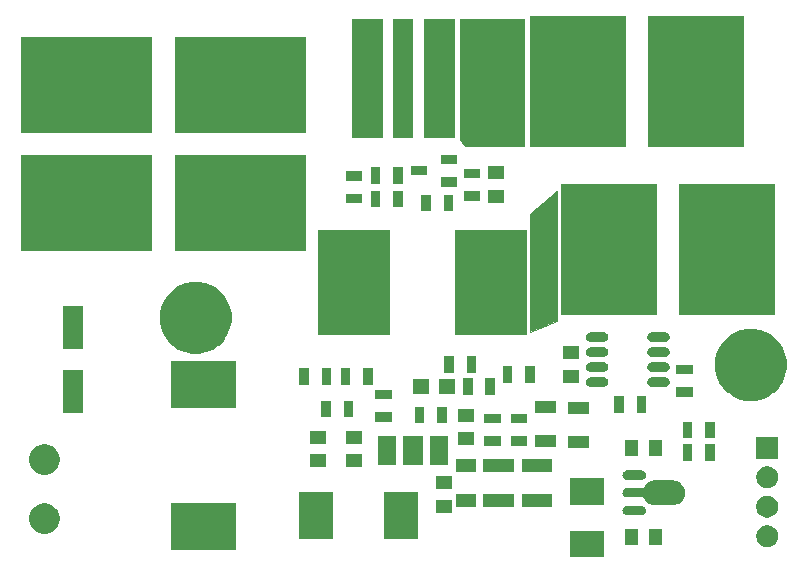
<source format=gbr>
%TF.GenerationSoftware,KiCad,Pcbnew,(5.1.4)-1*%
%TF.CreationDate,2020-02-28T22:37:56+08:00*%
%TF.ProjectId,power,706f7765-722e-46b6-9963-61645f706362,rev?*%
%TF.SameCoordinates,Original*%
%TF.FileFunction,Soldermask,Top*%
%TF.FilePolarity,Negative*%
%FSLAX46Y46*%
G04 Gerber Fmt 4.6, Leading zero omitted, Abs format (unit mm)*
G04 Created by KiCad (PCBNEW (5.1.4)-1) date 2020-02-28 22:37:56*
%MOMM*%
%LPD*%
G04 APERTURE LIST*
%ADD10C,0.100000*%
%ADD11C,0.350000*%
G04 APERTURE END LIST*
D10*
G36*
X67000000Y-46500000D02*
G01*
X64750000Y-47500000D01*
X64750000Y-37500000D01*
X67000000Y-35500000D01*
X67000000Y-46500000D01*
G37*
X67000000Y-46500000D02*
X64750000Y-47500000D01*
X64750000Y-37500000D01*
X67000000Y-35500000D01*
X67000000Y-46500000D01*
G36*
X64250000Y-31750000D02*
G01*
X59250000Y-31750000D01*
X58750000Y-31250000D01*
X58750000Y-21000000D01*
X64250000Y-21000000D01*
X64250000Y-31750000D01*
G37*
X64250000Y-31750000D02*
X59250000Y-31750000D01*
X58750000Y-31250000D01*
X58750000Y-21000000D01*
X64250000Y-21000000D01*
X64250000Y-31750000D01*
D11*
G36*
X70985500Y-66538500D02*
G01*
X68140500Y-66538500D01*
X68140500Y-64277500D01*
X70985500Y-64277500D01*
X70985500Y-66538500D01*
X70985500Y-66538500D01*
G37*
G36*
X39835000Y-65913000D02*
G01*
X34333000Y-65913000D01*
X34333000Y-61911000D01*
X39835000Y-61911000D01*
X39835000Y-65913000D01*
X39835000Y-65913000D01*
G37*
G36*
X85070104Y-63859585D02*
G01*
X85238626Y-63929389D01*
X85390291Y-64030728D01*
X85519272Y-64159709D01*
X85620611Y-64311374D01*
X85690415Y-64479896D01*
X85726000Y-64658797D01*
X85726000Y-64841203D01*
X85690415Y-65020104D01*
X85620611Y-65188626D01*
X85519272Y-65340291D01*
X85390291Y-65469272D01*
X85238626Y-65570611D01*
X85070104Y-65640415D01*
X84891203Y-65676000D01*
X84708797Y-65676000D01*
X84529896Y-65640415D01*
X84361374Y-65570611D01*
X84209709Y-65469272D01*
X84080728Y-65340291D01*
X83979389Y-65188626D01*
X83909585Y-65020104D01*
X83874000Y-64841203D01*
X83874000Y-64658797D01*
X83909585Y-64479896D01*
X83979389Y-64311374D01*
X84080728Y-64159709D01*
X84209709Y-64030728D01*
X84361374Y-63929389D01*
X84529896Y-63859585D01*
X84708797Y-63824000D01*
X84891203Y-63824000D01*
X85070104Y-63859585D01*
X85070104Y-63859585D01*
G37*
G36*
X73896000Y-65479000D02*
G01*
X72794000Y-65479000D01*
X72794000Y-64127000D01*
X73896000Y-64127000D01*
X73896000Y-65479000D01*
X73896000Y-65479000D01*
G37*
G36*
X75896000Y-65479000D02*
G01*
X74794000Y-65479000D01*
X74794000Y-64127000D01*
X75896000Y-64127000D01*
X75896000Y-65479000D01*
X75896000Y-65479000D01*
G37*
G36*
X55216500Y-64956000D02*
G01*
X52320500Y-64956000D01*
X52320500Y-61044000D01*
X55216500Y-61044000D01*
X55216500Y-64956000D01*
X55216500Y-64956000D01*
G37*
G36*
X48079500Y-64956000D02*
G01*
X45183500Y-64956000D01*
X45183500Y-61044000D01*
X48079500Y-61044000D01*
X48079500Y-64956000D01*
X48079500Y-64956000D01*
G37*
G36*
X23979487Y-61998996D02*
G01*
X24216253Y-62097068D01*
X24216255Y-62097069D01*
X24429339Y-62239447D01*
X24610553Y-62420661D01*
X24713011Y-62574000D01*
X24752932Y-62633747D01*
X24851004Y-62870513D01*
X24901000Y-63121861D01*
X24901000Y-63378139D01*
X24851004Y-63629487D01*
X24752932Y-63866253D01*
X24752931Y-63866255D01*
X24610553Y-64079339D01*
X24429339Y-64260553D01*
X24216255Y-64402931D01*
X24216254Y-64402932D01*
X24216253Y-64402932D01*
X23979487Y-64501004D01*
X23728139Y-64551000D01*
X23471861Y-64551000D01*
X23220513Y-64501004D01*
X22983747Y-64402932D01*
X22983746Y-64402932D01*
X22983745Y-64402931D01*
X22770661Y-64260553D01*
X22589447Y-64079339D01*
X22447069Y-63866255D01*
X22447068Y-63866253D01*
X22348996Y-63629487D01*
X22299000Y-63378139D01*
X22299000Y-63121861D01*
X22348996Y-62870513D01*
X22447068Y-62633747D01*
X22486990Y-62574000D01*
X22589447Y-62420661D01*
X22770661Y-62239447D01*
X22983745Y-62097069D01*
X22983747Y-62097068D01*
X23220513Y-61998996D01*
X23471861Y-61949000D01*
X23728139Y-61949000D01*
X23979487Y-61998996D01*
X23979487Y-61998996D01*
G37*
G36*
X85070104Y-61359585D02*
G01*
X85238626Y-61429389D01*
X85390291Y-61530728D01*
X85519272Y-61659709D01*
X85620611Y-61811374D01*
X85690415Y-61979896D01*
X85726000Y-62158797D01*
X85726000Y-62341203D01*
X85690415Y-62520104D01*
X85620611Y-62688626D01*
X85519272Y-62840291D01*
X85390291Y-62969272D01*
X85238626Y-63070611D01*
X85070104Y-63140415D01*
X84891203Y-63176000D01*
X84708797Y-63176000D01*
X84529896Y-63140415D01*
X84361374Y-63070611D01*
X84209709Y-62969272D01*
X84080728Y-62840291D01*
X83979389Y-62688626D01*
X83909585Y-62520104D01*
X83874000Y-62341203D01*
X83874000Y-62158797D01*
X83909585Y-61979896D01*
X83979389Y-61811374D01*
X84080728Y-61659709D01*
X84209709Y-61530728D01*
X84361374Y-61429389D01*
X84529896Y-61359585D01*
X84708797Y-61324000D01*
X84891203Y-61324000D01*
X85070104Y-61359585D01*
X85070104Y-61359585D01*
G37*
G36*
X74184335Y-62174934D02*
G01*
X74223610Y-62178802D01*
X74274002Y-62194089D01*
X74299199Y-62201732D01*
X74368862Y-62238968D01*
X74429922Y-62289078D01*
X74480032Y-62350138D01*
X74517268Y-62419801D01*
X74517268Y-62419802D01*
X74540198Y-62495390D01*
X74547940Y-62574000D01*
X74540198Y-62652610D01*
X74529272Y-62688626D01*
X74517268Y-62728199D01*
X74480032Y-62797862D01*
X74429922Y-62858922D01*
X74368862Y-62909032D01*
X74299199Y-62946268D01*
X74274002Y-62953911D01*
X74223610Y-62969198D01*
X74184335Y-62973066D01*
X74164699Y-62975000D01*
X72925301Y-62975000D01*
X72905665Y-62973066D01*
X72866390Y-62969198D01*
X72815998Y-62953911D01*
X72790801Y-62946268D01*
X72721138Y-62909032D01*
X72660078Y-62858922D01*
X72609968Y-62797862D01*
X72572732Y-62728199D01*
X72560728Y-62688626D01*
X72549802Y-62652610D01*
X72542060Y-62574000D01*
X72549802Y-62495390D01*
X72572732Y-62419802D01*
X72572732Y-62419801D01*
X72609968Y-62350138D01*
X72660078Y-62289078D01*
X72721138Y-62238968D01*
X72790801Y-62201732D01*
X72815998Y-62194089D01*
X72866390Y-62178802D01*
X72905665Y-62174934D01*
X72925301Y-62173000D01*
X74164699Y-62173000D01*
X74184335Y-62174934D01*
X74184335Y-62174934D01*
G37*
G36*
X58080000Y-62781000D02*
G01*
X56728000Y-62781000D01*
X56728000Y-61679000D01*
X58080000Y-61679000D01*
X58080000Y-62781000D01*
X58080000Y-62781000D01*
G37*
G36*
X66601000Y-62305000D02*
G01*
X63999000Y-62305000D01*
X63999000Y-61203000D01*
X66601000Y-61203000D01*
X66601000Y-62305000D01*
X66601000Y-62305000D01*
G37*
G36*
X63351000Y-62305000D02*
G01*
X60749000Y-62305000D01*
X60749000Y-61203000D01*
X63351000Y-61203000D01*
X63351000Y-62305000D01*
X63351000Y-62305000D01*
G37*
G36*
X60151001Y-62305000D02*
G01*
X58449001Y-62305000D01*
X58449001Y-61203000D01*
X60151001Y-61203000D01*
X60151001Y-62305000D01*
X60151001Y-62305000D01*
G37*
G36*
X76898097Y-60028069D02*
G01*
X77001032Y-60038207D01*
X77199146Y-60098305D01*
X77199149Y-60098306D01*
X77295975Y-60150061D01*
X77381729Y-60195897D01*
X77541765Y-60327235D01*
X77673103Y-60487271D01*
X77717649Y-60570611D01*
X77770694Y-60669851D01*
X77770695Y-60669854D01*
X77830793Y-60867968D01*
X77851085Y-61074000D01*
X77830793Y-61280032D01*
X77806660Y-61359586D01*
X77770694Y-61478149D01*
X77747949Y-61520701D01*
X77673103Y-61660729D01*
X77541765Y-61820765D01*
X77381729Y-61952103D01*
X77295975Y-61997939D01*
X77199149Y-62049694D01*
X77199146Y-62049695D01*
X77001032Y-62109793D01*
X76898097Y-62119931D01*
X76846631Y-62125000D01*
X75243369Y-62125000D01*
X75191903Y-62119931D01*
X75088968Y-62109793D01*
X74890854Y-62049695D01*
X74890851Y-62049694D01*
X74794025Y-61997939D01*
X74708271Y-61952103D01*
X74548235Y-61820765D01*
X74416897Y-61660729D01*
X74352941Y-61541075D01*
X74339328Y-61520701D01*
X74322001Y-61503374D01*
X74301626Y-61489760D01*
X74278987Y-61480382D01*
X74254954Y-61475602D01*
X74242702Y-61475000D01*
X72925301Y-61475000D01*
X72905665Y-61473066D01*
X72866390Y-61469198D01*
X72815998Y-61453911D01*
X72790801Y-61446268D01*
X72721138Y-61409032D01*
X72660078Y-61358922D01*
X72609968Y-61297862D01*
X72572732Y-61228199D01*
X72565088Y-61203000D01*
X72549802Y-61152610D01*
X72542060Y-61074000D01*
X72549802Y-60995390D01*
X72572732Y-60919802D01*
X72572732Y-60919801D01*
X72609968Y-60850138D01*
X72660078Y-60789078D01*
X72721138Y-60738968D01*
X72790801Y-60701732D01*
X72815998Y-60694089D01*
X72866390Y-60678802D01*
X72905665Y-60674934D01*
X72925301Y-60673000D01*
X74242702Y-60673000D01*
X74267088Y-60670598D01*
X74290537Y-60663485D01*
X74312148Y-60651934D01*
X74331090Y-60636389D01*
X74346635Y-60617447D01*
X74352941Y-60606925D01*
X74372351Y-60570611D01*
X74416897Y-60487271D01*
X74548235Y-60327235D01*
X74708271Y-60195897D01*
X74794025Y-60150061D01*
X74890851Y-60098306D01*
X74890854Y-60098305D01*
X75088968Y-60038207D01*
X75191903Y-60028069D01*
X75243369Y-60023000D01*
X76846631Y-60023000D01*
X76898097Y-60028069D01*
X76898097Y-60028069D01*
G37*
G36*
X70985500Y-62118500D02*
G01*
X68140500Y-62118500D01*
X68140500Y-59857500D01*
X70985500Y-59857500D01*
X70985500Y-62118500D01*
X70985500Y-62118500D01*
G37*
G36*
X58080000Y-60781000D02*
G01*
X56728000Y-60781000D01*
X56728000Y-59679000D01*
X58080000Y-59679000D01*
X58080000Y-60781000D01*
X58080000Y-60781000D01*
G37*
G36*
X85070104Y-58859585D02*
G01*
X85238626Y-58929389D01*
X85390291Y-59030728D01*
X85519272Y-59159709D01*
X85620611Y-59311374D01*
X85690415Y-59479896D01*
X85726000Y-59658797D01*
X85726000Y-59841203D01*
X85690415Y-60020104D01*
X85620611Y-60188626D01*
X85519272Y-60340291D01*
X85390291Y-60469272D01*
X85238626Y-60570611D01*
X85070104Y-60640415D01*
X84891203Y-60676000D01*
X84708797Y-60676000D01*
X84529896Y-60640415D01*
X84361374Y-60570611D01*
X84209709Y-60469272D01*
X84080728Y-60340291D01*
X83979389Y-60188626D01*
X83909585Y-60020104D01*
X83874000Y-59841203D01*
X83874000Y-59658797D01*
X83909585Y-59479896D01*
X83979389Y-59311374D01*
X84080728Y-59159709D01*
X84209709Y-59030728D01*
X84361374Y-58929389D01*
X84529896Y-58859585D01*
X84708797Y-58824000D01*
X84891203Y-58824000D01*
X85070104Y-58859585D01*
X85070104Y-58859585D01*
G37*
G36*
X74184335Y-59174934D02*
G01*
X74223610Y-59178802D01*
X74274002Y-59194089D01*
X74299199Y-59201732D01*
X74368862Y-59238968D01*
X74429922Y-59289078D01*
X74480032Y-59350138D01*
X74517268Y-59419801D01*
X74517268Y-59419802D01*
X74540198Y-59495390D01*
X74547940Y-59574000D01*
X74540198Y-59652610D01*
X74538321Y-59658797D01*
X74517268Y-59728199D01*
X74480032Y-59797862D01*
X74429922Y-59858922D01*
X74368862Y-59909032D01*
X74299199Y-59946268D01*
X74274002Y-59953911D01*
X74223610Y-59969198D01*
X74184335Y-59973066D01*
X74164699Y-59975000D01*
X72925301Y-59975000D01*
X72905665Y-59973066D01*
X72866390Y-59969198D01*
X72815998Y-59953911D01*
X72790801Y-59946268D01*
X72721138Y-59909032D01*
X72660078Y-59858922D01*
X72609968Y-59797862D01*
X72572732Y-59728199D01*
X72551679Y-59658797D01*
X72549802Y-59652610D01*
X72542060Y-59574000D01*
X72549802Y-59495390D01*
X72572732Y-59419802D01*
X72572732Y-59419801D01*
X72609968Y-59350138D01*
X72660078Y-59289078D01*
X72721138Y-59238968D01*
X72790801Y-59201732D01*
X72815998Y-59194089D01*
X72866390Y-59178802D01*
X72905665Y-59174934D01*
X72925301Y-59173000D01*
X74164699Y-59173000D01*
X74184335Y-59174934D01*
X74184335Y-59174934D01*
G37*
G36*
X23979487Y-56998996D02*
G01*
X24216253Y-57097068D01*
X24216255Y-57097069D01*
X24222138Y-57101000D01*
X24429339Y-57239447D01*
X24610553Y-57420661D01*
X24752932Y-57633747D01*
X24851004Y-57870513D01*
X24901000Y-58121861D01*
X24901000Y-58378139D01*
X24851004Y-58629487D01*
X24752932Y-58866253D01*
X24752931Y-58866255D01*
X24610553Y-59079339D01*
X24429339Y-59260553D01*
X24216255Y-59402931D01*
X24216254Y-59402932D01*
X24216253Y-59402932D01*
X23979487Y-59501004D01*
X23728139Y-59551000D01*
X23471861Y-59551000D01*
X23220513Y-59501004D01*
X22983747Y-59402932D01*
X22983746Y-59402932D01*
X22983745Y-59402931D01*
X22770661Y-59260553D01*
X22589447Y-59079339D01*
X22447069Y-58866255D01*
X22447068Y-58866253D01*
X22348996Y-58629487D01*
X22299000Y-58378139D01*
X22299000Y-58121861D01*
X22348996Y-57870513D01*
X22447068Y-57633747D01*
X22589447Y-57420661D01*
X22770661Y-57239447D01*
X22977862Y-57101000D01*
X22983745Y-57097069D01*
X22983747Y-57097068D01*
X23220513Y-56998996D01*
X23471861Y-56949000D01*
X23728139Y-56949000D01*
X23979487Y-56998996D01*
X23979487Y-56998996D01*
G37*
G36*
X60151001Y-59305000D02*
G01*
X58449001Y-59305000D01*
X58449001Y-58203000D01*
X60151001Y-58203000D01*
X60151001Y-59305000D01*
X60151001Y-59305000D01*
G37*
G36*
X63351000Y-59305000D02*
G01*
X60749000Y-59305000D01*
X60749000Y-58203000D01*
X63351000Y-58203000D01*
X63351000Y-59305000D01*
X63351000Y-59305000D01*
G37*
G36*
X66601000Y-59305000D02*
G01*
X63999000Y-59305000D01*
X63999000Y-58203000D01*
X66601000Y-58203000D01*
X66601000Y-59305000D01*
X66601000Y-59305000D01*
G37*
G36*
X50460000Y-58924000D02*
G01*
X49108000Y-58924000D01*
X49108000Y-57822000D01*
X50460000Y-57822000D01*
X50460000Y-58924000D01*
X50460000Y-58924000D01*
G37*
G36*
X47476001Y-58924000D02*
G01*
X46124001Y-58924000D01*
X46124001Y-57822000D01*
X47476001Y-57822000D01*
X47476001Y-58924000D01*
X47476001Y-58924000D01*
G37*
G36*
X55676000Y-58741001D02*
G01*
X53924000Y-58741001D01*
X53924000Y-56259001D01*
X55676000Y-56259001D01*
X55676000Y-58741001D01*
X55676000Y-58741001D01*
G37*
G36*
X57775000Y-58700001D02*
G01*
X56225000Y-58700001D01*
X56225000Y-56300001D01*
X57775000Y-56300001D01*
X57775000Y-58700001D01*
X57775000Y-58700001D01*
G37*
G36*
X53375000Y-58700001D02*
G01*
X51825000Y-58700001D01*
X51825000Y-56300001D01*
X53375000Y-56300001D01*
X53375000Y-58700001D01*
X53375000Y-58700001D01*
G37*
G36*
X80345000Y-58359000D02*
G01*
X79543000Y-58359000D01*
X79543000Y-56957000D01*
X80345000Y-56957000D01*
X80345000Y-58359000D01*
X80345000Y-58359000D01*
G37*
G36*
X78445000Y-58359000D02*
G01*
X77643000Y-58359000D01*
X77643000Y-56957000D01*
X78445000Y-56957000D01*
X78445000Y-58359000D01*
X78445000Y-58359000D01*
G37*
G36*
X85726000Y-58176000D02*
G01*
X83874000Y-58176000D01*
X83874000Y-56324000D01*
X85726000Y-56324000D01*
X85726000Y-58176000D01*
X85726000Y-58176000D01*
G37*
G36*
X75896000Y-57950000D02*
G01*
X74794000Y-57950000D01*
X74794000Y-56598000D01*
X75896000Y-56598000D01*
X75896000Y-57950000D01*
X75896000Y-57950000D01*
G37*
G36*
X73896000Y-57950000D02*
G01*
X72794000Y-57950000D01*
X72794000Y-56598000D01*
X73896000Y-56598000D01*
X73896000Y-57950000D01*
X73896000Y-57950000D01*
G37*
G36*
X69702000Y-57275000D02*
G01*
X67900000Y-57275000D01*
X67900000Y-56273000D01*
X69702000Y-56273000D01*
X69702000Y-57275000D01*
X69702000Y-57275000D01*
G37*
G36*
X66951000Y-57201000D02*
G01*
X65149000Y-57201000D01*
X65149000Y-56199000D01*
X66951000Y-56199000D01*
X66951000Y-57201000D01*
X66951000Y-57201000D01*
G37*
G36*
X62251000Y-57101000D02*
G01*
X60849000Y-57101000D01*
X60849000Y-56299000D01*
X62251000Y-56299000D01*
X62251000Y-57101000D01*
X62251000Y-57101000D01*
G37*
G36*
X64501000Y-57101000D02*
G01*
X63099000Y-57101000D01*
X63099000Y-56299000D01*
X64501000Y-56299000D01*
X64501000Y-57101000D01*
X64501000Y-57101000D01*
G37*
G36*
X59976001Y-57051000D02*
G01*
X58624001Y-57051000D01*
X58624001Y-55949000D01*
X59976001Y-55949000D01*
X59976001Y-57051000D01*
X59976001Y-57051000D01*
G37*
G36*
X47476001Y-56924000D02*
G01*
X46124001Y-56924000D01*
X46124001Y-55822000D01*
X47476001Y-55822000D01*
X47476001Y-56924000D01*
X47476001Y-56924000D01*
G37*
G36*
X50460000Y-56924000D02*
G01*
X49108000Y-56924000D01*
X49108000Y-55822000D01*
X50460000Y-55822000D01*
X50460000Y-56924000D01*
X50460000Y-56924000D01*
G37*
G36*
X80345000Y-56454000D02*
G01*
X79543000Y-56454000D01*
X79543000Y-55052000D01*
X80345000Y-55052000D01*
X80345000Y-56454000D01*
X80345000Y-56454000D01*
G37*
G36*
X78445000Y-56454000D02*
G01*
X77643000Y-56454000D01*
X77643000Y-55052000D01*
X78445000Y-55052000D01*
X78445000Y-56454000D01*
X78445000Y-56454000D01*
G37*
G36*
X55751000Y-55201000D02*
G01*
X54949000Y-55201000D01*
X54949000Y-53799000D01*
X55751000Y-53799000D01*
X55751000Y-55201000D01*
X55751000Y-55201000D01*
G37*
G36*
X64501000Y-55201000D02*
G01*
X63099000Y-55201000D01*
X63099000Y-54399000D01*
X64501000Y-54399000D01*
X64501000Y-55201000D01*
X64501000Y-55201000D01*
G37*
G36*
X62251000Y-55201000D02*
G01*
X60849000Y-55201000D01*
X60849000Y-54399000D01*
X62251000Y-54399000D01*
X62251000Y-55201000D01*
X62251000Y-55201000D01*
G37*
G36*
X57651000Y-55201000D02*
G01*
X56849000Y-55201000D01*
X56849000Y-53799000D01*
X57651000Y-53799000D01*
X57651000Y-55201000D01*
X57651000Y-55201000D01*
G37*
G36*
X53025000Y-55072000D02*
G01*
X51623000Y-55072000D01*
X51623000Y-54270000D01*
X53025000Y-54270000D01*
X53025000Y-55072000D01*
X53025000Y-55072000D01*
G37*
G36*
X59976001Y-55051000D02*
G01*
X58624001Y-55051000D01*
X58624001Y-53949000D01*
X59976001Y-53949000D01*
X59976001Y-55051000D01*
X59976001Y-55051000D01*
G37*
G36*
X49738000Y-54676000D02*
G01*
X48936000Y-54676000D01*
X48936000Y-53274000D01*
X49738000Y-53274000D01*
X49738000Y-54676000D01*
X49738000Y-54676000D01*
G37*
G36*
X47838000Y-54676000D02*
G01*
X47036000Y-54676000D01*
X47036000Y-53274000D01*
X47838000Y-53274000D01*
X47838000Y-54676000D01*
X47838000Y-54676000D01*
G37*
G36*
X69702000Y-54375000D02*
G01*
X67900000Y-54375000D01*
X67900000Y-53373000D01*
X69702000Y-53373000D01*
X69702000Y-54375000D01*
X69702000Y-54375000D01*
G37*
G36*
X66951000Y-54301000D02*
G01*
X65149000Y-54301000D01*
X65149000Y-53299000D01*
X66951000Y-53299000D01*
X66951000Y-54301000D01*
X66951000Y-54301000D01*
G37*
G36*
X26851000Y-54301000D02*
G01*
X25149000Y-54301000D01*
X25149000Y-50699000D01*
X26851000Y-50699000D01*
X26851000Y-54301000D01*
X26851000Y-54301000D01*
G37*
G36*
X74551000Y-54301000D02*
G01*
X73749000Y-54301000D01*
X73749000Y-52899000D01*
X74551000Y-52899000D01*
X74551000Y-54301000D01*
X74551000Y-54301000D01*
G37*
G36*
X72651000Y-54301000D02*
G01*
X71849000Y-54301000D01*
X71849000Y-52899000D01*
X72651000Y-52899000D01*
X72651000Y-54301000D01*
X72651000Y-54301000D01*
G37*
G36*
X39835000Y-53913000D02*
G01*
X34333000Y-53913000D01*
X34333000Y-49911000D01*
X39835000Y-49911000D01*
X39835000Y-53913000D01*
X39835000Y-53913000D01*
G37*
G36*
X84289943Y-47316248D02*
G01*
X84845189Y-47546238D01*
X85032116Y-47671139D01*
X85344899Y-47880134D01*
X85769866Y-48305101D01*
X85769867Y-48305103D01*
X86103762Y-48804811D01*
X86333752Y-49360057D01*
X86451000Y-49949501D01*
X86451000Y-50550499D01*
X86333752Y-51139943D01*
X86103762Y-51695189D01*
X86063797Y-51755000D01*
X85769866Y-52194899D01*
X85344899Y-52619866D01*
X85270736Y-52669420D01*
X84845189Y-52953762D01*
X84289943Y-53183752D01*
X83700499Y-53301000D01*
X83099501Y-53301000D01*
X82510057Y-53183752D01*
X81954811Y-52953762D01*
X81529264Y-52669420D01*
X81455101Y-52619866D01*
X81030134Y-52194899D01*
X80736203Y-51755000D01*
X80696238Y-51695189D01*
X80466248Y-51139943D01*
X80349000Y-50550499D01*
X80349000Y-49949501D01*
X80466248Y-49360057D01*
X80696238Y-48804811D01*
X81030133Y-48305103D01*
X81030134Y-48305101D01*
X81455101Y-47880134D01*
X81767884Y-47671139D01*
X81954811Y-47546238D01*
X82510057Y-47316248D01*
X83099501Y-47199000D01*
X83700499Y-47199000D01*
X84289943Y-47316248D01*
X84289943Y-47316248D01*
G37*
G36*
X53025000Y-53172000D02*
G01*
X51623000Y-53172000D01*
X51623000Y-52370000D01*
X53025000Y-52370000D01*
X53025000Y-53172000D01*
X53025000Y-53172000D01*
G37*
G36*
X78501000Y-52951000D02*
G01*
X77099000Y-52951000D01*
X77099000Y-52149000D01*
X78501000Y-52149000D01*
X78501000Y-52951000D01*
X78501000Y-52951000D01*
G37*
G36*
X61751000Y-52771000D02*
G01*
X60949000Y-52771000D01*
X60949000Y-51369000D01*
X61751000Y-51369000D01*
X61751000Y-52771000D01*
X61751000Y-52771000D01*
G37*
G36*
X59851000Y-52771000D02*
G01*
X59049000Y-52771000D01*
X59049000Y-51369000D01*
X59851000Y-51369000D01*
X59851000Y-52771000D01*
X59851000Y-52771000D01*
G37*
G36*
X56151000Y-52721000D02*
G01*
X54849000Y-52721000D01*
X54849000Y-51419000D01*
X56151000Y-51419000D01*
X56151000Y-52721000D01*
X56151000Y-52721000D01*
G37*
G36*
X58351000Y-52721000D02*
G01*
X57049000Y-52721000D01*
X57049000Y-51419000D01*
X58351000Y-51419000D01*
X58351000Y-52721000D01*
X58351000Y-52721000D01*
G37*
G36*
X70989335Y-51305934D02*
G01*
X71028610Y-51309802D01*
X71079002Y-51325089D01*
X71104199Y-51332732D01*
X71173862Y-51369968D01*
X71234922Y-51420078D01*
X71285032Y-51481138D01*
X71322268Y-51550801D01*
X71322268Y-51550802D01*
X71345198Y-51626390D01*
X71352940Y-51705000D01*
X71345198Y-51783610D01*
X71329911Y-51834002D01*
X71322268Y-51859199D01*
X71285032Y-51928862D01*
X71234922Y-51989922D01*
X71173862Y-52040032D01*
X71104199Y-52077268D01*
X71079002Y-52084911D01*
X71028610Y-52100198D01*
X70989335Y-52104066D01*
X70969699Y-52106000D01*
X69830301Y-52106000D01*
X69810665Y-52104066D01*
X69771390Y-52100198D01*
X69720998Y-52084911D01*
X69695801Y-52077268D01*
X69626138Y-52040032D01*
X69565078Y-51989922D01*
X69514968Y-51928862D01*
X69477732Y-51859199D01*
X69470089Y-51834002D01*
X69454802Y-51783610D01*
X69447060Y-51705000D01*
X69454802Y-51626390D01*
X69477732Y-51550802D01*
X69477732Y-51550801D01*
X69514968Y-51481138D01*
X69565078Y-51420078D01*
X69626138Y-51369968D01*
X69695801Y-51332732D01*
X69720998Y-51325089D01*
X69771390Y-51309802D01*
X69810665Y-51305934D01*
X69830301Y-51304000D01*
X70969699Y-51304000D01*
X70989335Y-51305934D01*
X70989335Y-51305934D01*
G37*
G36*
X76189335Y-51305934D02*
G01*
X76228610Y-51309802D01*
X76279002Y-51325089D01*
X76304199Y-51332732D01*
X76373862Y-51369968D01*
X76434922Y-51420078D01*
X76485032Y-51481138D01*
X76522268Y-51550801D01*
X76522268Y-51550802D01*
X76545198Y-51626390D01*
X76552940Y-51705000D01*
X76545198Y-51783610D01*
X76529911Y-51834002D01*
X76522268Y-51859199D01*
X76485032Y-51928862D01*
X76434922Y-51989922D01*
X76373862Y-52040032D01*
X76304199Y-52077268D01*
X76279002Y-52084911D01*
X76228610Y-52100198D01*
X76189335Y-52104066D01*
X76169699Y-52106000D01*
X75030301Y-52106000D01*
X75010665Y-52104066D01*
X74971390Y-52100198D01*
X74920998Y-52084911D01*
X74895801Y-52077268D01*
X74826138Y-52040032D01*
X74765078Y-51989922D01*
X74714968Y-51928862D01*
X74677732Y-51859199D01*
X74670089Y-51834002D01*
X74654802Y-51783610D01*
X74647060Y-51705000D01*
X74654802Y-51626390D01*
X74677732Y-51550802D01*
X74677732Y-51550801D01*
X74714968Y-51481138D01*
X74765078Y-51420078D01*
X74826138Y-51369968D01*
X74895801Y-51332732D01*
X74920998Y-51325089D01*
X74971390Y-51309802D01*
X75010665Y-51305934D01*
X75030301Y-51304000D01*
X76169699Y-51304000D01*
X76189335Y-51305934D01*
X76189335Y-51305934D01*
G37*
G36*
X51401000Y-51951000D02*
G01*
X50599000Y-51951000D01*
X50599000Y-50549000D01*
X51401000Y-50549000D01*
X51401000Y-51951000D01*
X51401000Y-51951000D01*
G37*
G36*
X46001000Y-51951000D02*
G01*
X45199000Y-51951000D01*
X45199000Y-50549000D01*
X46001000Y-50549000D01*
X46001000Y-51951000D01*
X46001000Y-51951000D01*
G37*
G36*
X47901000Y-51951000D02*
G01*
X47099000Y-51951000D01*
X47099000Y-50549000D01*
X47901000Y-50549000D01*
X47901000Y-51951000D01*
X47901000Y-51951000D01*
G37*
G36*
X49501000Y-51951000D02*
G01*
X48699000Y-51951000D01*
X48699000Y-50549000D01*
X49501000Y-50549000D01*
X49501000Y-51951000D01*
X49501000Y-51951000D01*
G37*
G36*
X68876000Y-51770000D02*
G01*
X67524000Y-51770000D01*
X67524000Y-50668000D01*
X68876000Y-50668000D01*
X68876000Y-51770000D01*
X68876000Y-51770000D01*
G37*
G36*
X65105000Y-51755000D02*
G01*
X64303000Y-51755000D01*
X64303000Y-50353000D01*
X65105000Y-50353000D01*
X65105000Y-51755000D01*
X65105000Y-51755000D01*
G37*
G36*
X63205000Y-51755000D02*
G01*
X62403000Y-51755000D01*
X62403000Y-50353000D01*
X63205000Y-50353000D01*
X63205000Y-51755000D01*
X63205000Y-51755000D01*
G37*
G36*
X78501000Y-51051000D02*
G01*
X77099000Y-51051000D01*
X77099000Y-50249000D01*
X78501000Y-50249000D01*
X78501000Y-51051000D01*
X78501000Y-51051000D01*
G37*
G36*
X58251000Y-50901000D02*
G01*
X57449000Y-50901000D01*
X57449000Y-49499000D01*
X58251000Y-49499000D01*
X58251000Y-50901000D01*
X58251000Y-50901000D01*
G37*
G36*
X60151000Y-50901000D02*
G01*
X59349000Y-50901000D01*
X59349000Y-49499000D01*
X60151000Y-49499000D01*
X60151000Y-50901000D01*
X60151000Y-50901000D01*
G37*
G36*
X70989335Y-50035934D02*
G01*
X71028610Y-50039802D01*
X71079002Y-50055089D01*
X71104199Y-50062732D01*
X71173862Y-50099968D01*
X71234922Y-50150078D01*
X71285032Y-50211138D01*
X71322268Y-50280801D01*
X71322268Y-50280802D01*
X71345198Y-50356390D01*
X71352940Y-50435000D01*
X71345198Y-50513610D01*
X71329911Y-50564002D01*
X71322268Y-50589199D01*
X71285032Y-50658862D01*
X71234922Y-50719922D01*
X71173862Y-50770032D01*
X71104199Y-50807268D01*
X71079002Y-50814911D01*
X71028610Y-50830198D01*
X70989335Y-50834066D01*
X70969699Y-50836000D01*
X69830301Y-50836000D01*
X69810665Y-50834066D01*
X69771390Y-50830198D01*
X69720998Y-50814911D01*
X69695801Y-50807268D01*
X69626138Y-50770032D01*
X69565078Y-50719922D01*
X69514968Y-50658862D01*
X69477732Y-50589199D01*
X69470089Y-50564002D01*
X69454802Y-50513610D01*
X69447060Y-50435000D01*
X69454802Y-50356390D01*
X69477732Y-50280802D01*
X69477732Y-50280801D01*
X69514968Y-50211138D01*
X69565078Y-50150078D01*
X69626138Y-50099968D01*
X69695801Y-50062732D01*
X69720998Y-50055089D01*
X69771390Y-50039802D01*
X69810665Y-50035934D01*
X69830301Y-50034000D01*
X70969699Y-50034000D01*
X70989335Y-50035934D01*
X70989335Y-50035934D01*
G37*
G36*
X76189335Y-50035934D02*
G01*
X76228610Y-50039802D01*
X76279002Y-50055089D01*
X76304199Y-50062732D01*
X76373862Y-50099968D01*
X76434922Y-50150078D01*
X76485032Y-50211138D01*
X76522268Y-50280801D01*
X76522268Y-50280802D01*
X76545198Y-50356390D01*
X76552940Y-50435000D01*
X76545198Y-50513610D01*
X76529911Y-50564002D01*
X76522268Y-50589199D01*
X76485032Y-50658862D01*
X76434922Y-50719922D01*
X76373862Y-50770032D01*
X76304199Y-50807268D01*
X76279002Y-50814911D01*
X76228610Y-50830198D01*
X76189335Y-50834066D01*
X76169699Y-50836000D01*
X75030301Y-50836000D01*
X75010665Y-50834066D01*
X74971390Y-50830198D01*
X74920998Y-50814911D01*
X74895801Y-50807268D01*
X74826138Y-50770032D01*
X74765078Y-50719922D01*
X74714968Y-50658862D01*
X74677732Y-50589199D01*
X74670089Y-50564002D01*
X74654802Y-50513610D01*
X74647060Y-50435000D01*
X74654802Y-50356390D01*
X74677732Y-50280802D01*
X74677732Y-50280801D01*
X74714968Y-50211138D01*
X74765078Y-50150078D01*
X74826138Y-50099968D01*
X74895801Y-50062732D01*
X74920998Y-50055089D01*
X74971390Y-50039802D01*
X75010665Y-50035934D01*
X75030301Y-50034000D01*
X76169699Y-50034000D01*
X76189335Y-50035934D01*
X76189335Y-50035934D01*
G37*
G36*
X68876000Y-49770000D02*
G01*
X67524000Y-49770000D01*
X67524000Y-48668000D01*
X68876000Y-48668000D01*
X68876000Y-49770000D01*
X68876000Y-49770000D01*
G37*
G36*
X70989335Y-48765934D02*
G01*
X71028610Y-48769802D01*
X71079002Y-48785089D01*
X71104199Y-48792732D01*
X71173862Y-48829968D01*
X71234922Y-48880078D01*
X71285032Y-48941138D01*
X71322268Y-49010801D01*
X71322268Y-49010802D01*
X71345198Y-49086390D01*
X71352940Y-49165000D01*
X71345198Y-49243610D01*
X71335333Y-49276129D01*
X71322268Y-49319199D01*
X71285032Y-49388862D01*
X71234922Y-49449922D01*
X71173862Y-49500032D01*
X71104199Y-49537268D01*
X71079002Y-49544911D01*
X71028610Y-49560198D01*
X70989335Y-49564066D01*
X70969699Y-49566000D01*
X69830301Y-49566000D01*
X69810665Y-49564066D01*
X69771390Y-49560198D01*
X69720998Y-49544911D01*
X69695801Y-49537268D01*
X69626138Y-49500032D01*
X69565078Y-49449922D01*
X69514968Y-49388862D01*
X69477732Y-49319199D01*
X69464667Y-49276129D01*
X69454802Y-49243610D01*
X69447060Y-49165000D01*
X69454802Y-49086390D01*
X69477732Y-49010802D01*
X69477732Y-49010801D01*
X69514968Y-48941138D01*
X69565078Y-48880078D01*
X69626138Y-48829968D01*
X69695801Y-48792732D01*
X69720998Y-48785089D01*
X69771390Y-48769802D01*
X69810665Y-48765934D01*
X69830301Y-48764000D01*
X70969699Y-48764000D01*
X70989335Y-48765934D01*
X70989335Y-48765934D01*
G37*
G36*
X76189335Y-48765934D02*
G01*
X76228610Y-48769802D01*
X76279002Y-48785089D01*
X76304199Y-48792732D01*
X76373862Y-48829968D01*
X76434922Y-48880078D01*
X76485032Y-48941138D01*
X76522268Y-49010801D01*
X76522268Y-49010802D01*
X76545198Y-49086390D01*
X76552940Y-49165000D01*
X76545198Y-49243610D01*
X76535333Y-49276129D01*
X76522268Y-49319199D01*
X76485032Y-49388862D01*
X76434922Y-49449922D01*
X76373862Y-49500032D01*
X76304199Y-49537268D01*
X76279002Y-49544911D01*
X76228610Y-49560198D01*
X76189335Y-49564066D01*
X76169699Y-49566000D01*
X75030301Y-49566000D01*
X75010665Y-49564066D01*
X74971390Y-49560198D01*
X74920998Y-49544911D01*
X74895801Y-49537268D01*
X74826138Y-49500032D01*
X74765078Y-49449922D01*
X74714968Y-49388862D01*
X74677732Y-49319199D01*
X74664667Y-49276129D01*
X74654802Y-49243610D01*
X74647060Y-49165000D01*
X74654802Y-49086390D01*
X74677732Y-49010802D01*
X74677732Y-49010801D01*
X74714968Y-48941138D01*
X74765078Y-48880078D01*
X74826138Y-48829968D01*
X74895801Y-48792732D01*
X74920998Y-48785089D01*
X74971390Y-48769802D01*
X75010665Y-48765934D01*
X75030301Y-48764000D01*
X76169699Y-48764000D01*
X76189335Y-48765934D01*
X76189335Y-48765934D01*
G37*
G36*
X37289943Y-43316248D02*
G01*
X37845189Y-43546238D01*
X38017497Y-43661371D01*
X38344899Y-43880134D01*
X38769866Y-44305101D01*
X38769867Y-44305103D01*
X39103762Y-44804811D01*
X39333752Y-45360057D01*
X39451000Y-45949501D01*
X39451000Y-46550499D01*
X39333752Y-47139943D01*
X39103762Y-47695189D01*
X39013296Y-47830580D01*
X38769866Y-48194899D01*
X38344899Y-48619866D01*
X38331480Y-48628832D01*
X37845189Y-48953762D01*
X37289943Y-49183752D01*
X36700499Y-49301000D01*
X36099501Y-49301000D01*
X35510057Y-49183752D01*
X34954811Y-48953762D01*
X34468520Y-48628832D01*
X34455101Y-48619866D01*
X34030134Y-48194899D01*
X33786704Y-47830580D01*
X33696238Y-47695189D01*
X33466248Y-47139943D01*
X33349000Y-46550499D01*
X33349000Y-45949501D01*
X33466248Y-45360057D01*
X33696238Y-44804811D01*
X34030133Y-44305103D01*
X34030134Y-44305101D01*
X34455101Y-43880134D01*
X34782503Y-43661371D01*
X34954811Y-43546238D01*
X35510057Y-43316248D01*
X36099501Y-43199000D01*
X36700499Y-43199000D01*
X37289943Y-43316248D01*
X37289943Y-43316248D01*
G37*
G36*
X26851000Y-48901000D02*
G01*
X25149000Y-48901000D01*
X25149000Y-45299000D01*
X26851000Y-45299000D01*
X26851000Y-48901000D01*
X26851000Y-48901000D01*
G37*
G36*
X76189335Y-47495934D02*
G01*
X76228610Y-47499802D01*
X76279002Y-47515089D01*
X76304199Y-47522732D01*
X76373862Y-47559968D01*
X76434922Y-47610078D01*
X76485032Y-47671138D01*
X76522268Y-47740801D01*
X76522268Y-47740802D01*
X76545198Y-47816390D01*
X76552940Y-47895000D01*
X76545198Y-47973610D01*
X76535205Y-48006552D01*
X76522268Y-48049199D01*
X76485032Y-48118862D01*
X76434922Y-48179922D01*
X76373862Y-48230032D01*
X76304199Y-48267268D01*
X76279794Y-48274671D01*
X76228610Y-48290198D01*
X76189335Y-48294066D01*
X76169699Y-48296000D01*
X75030301Y-48296000D01*
X75010665Y-48294066D01*
X74971390Y-48290198D01*
X74920206Y-48274671D01*
X74895801Y-48267268D01*
X74826138Y-48230032D01*
X74765078Y-48179922D01*
X74714968Y-48118862D01*
X74677732Y-48049199D01*
X74664795Y-48006552D01*
X74654802Y-47973610D01*
X74647060Y-47895000D01*
X74654802Y-47816390D01*
X74677732Y-47740802D01*
X74677732Y-47740801D01*
X74714968Y-47671138D01*
X74765078Y-47610078D01*
X74826138Y-47559968D01*
X74895801Y-47522732D01*
X74920998Y-47515089D01*
X74971390Y-47499802D01*
X75010665Y-47495934D01*
X75030301Y-47494000D01*
X76169699Y-47494000D01*
X76189335Y-47495934D01*
X76189335Y-47495934D01*
G37*
G36*
X70989335Y-47495934D02*
G01*
X71028610Y-47499802D01*
X71079002Y-47515089D01*
X71104199Y-47522732D01*
X71173862Y-47559968D01*
X71234922Y-47610078D01*
X71285032Y-47671138D01*
X71322268Y-47740801D01*
X71322268Y-47740802D01*
X71345198Y-47816390D01*
X71352940Y-47895000D01*
X71345198Y-47973610D01*
X71335205Y-48006552D01*
X71322268Y-48049199D01*
X71285032Y-48118862D01*
X71234922Y-48179922D01*
X71173862Y-48230032D01*
X71104199Y-48267268D01*
X71079794Y-48274671D01*
X71028610Y-48290198D01*
X70989335Y-48294066D01*
X70969699Y-48296000D01*
X69830301Y-48296000D01*
X69810665Y-48294066D01*
X69771390Y-48290198D01*
X69720206Y-48274671D01*
X69695801Y-48267268D01*
X69626138Y-48230032D01*
X69565078Y-48179922D01*
X69514968Y-48118862D01*
X69477732Y-48049199D01*
X69464795Y-48006552D01*
X69454802Y-47973610D01*
X69447060Y-47895000D01*
X69454802Y-47816390D01*
X69477732Y-47740802D01*
X69477732Y-47740801D01*
X69514968Y-47671138D01*
X69565078Y-47610078D01*
X69626138Y-47559968D01*
X69695801Y-47522732D01*
X69720998Y-47515089D01*
X69771390Y-47499802D01*
X69810665Y-47495934D01*
X69830301Y-47494000D01*
X70969699Y-47494000D01*
X70989335Y-47495934D01*
X70989335Y-47495934D01*
G37*
G36*
X64451000Y-47676000D02*
G01*
X58349000Y-47676000D01*
X58349000Y-38824000D01*
X64451000Y-38824000D01*
X64451000Y-47676000D01*
X64451000Y-47676000D01*
G37*
G36*
X52851000Y-47676000D02*
G01*
X46749000Y-47676000D01*
X46749000Y-38824000D01*
X52851000Y-38824000D01*
X52851000Y-47676000D01*
X52851000Y-47676000D01*
G37*
G36*
X75451000Y-46001000D02*
G01*
X67349000Y-46001000D01*
X67349000Y-34899000D01*
X75451000Y-34899000D01*
X75451000Y-46001000D01*
X75451000Y-46001000D01*
G37*
G36*
X85451000Y-46001000D02*
G01*
X77349000Y-46001000D01*
X77349000Y-34899000D01*
X85451000Y-34899000D01*
X85451000Y-46001000D01*
X85451000Y-46001000D01*
G37*
G36*
X45751000Y-40601000D02*
G01*
X34649000Y-40601000D01*
X34649000Y-32499000D01*
X45751000Y-32499000D01*
X45751000Y-40601000D01*
X45751000Y-40601000D01*
G37*
G36*
X32751000Y-40601000D02*
G01*
X21649000Y-40601000D01*
X21649000Y-32499000D01*
X32751000Y-32499000D01*
X32751000Y-40601000D01*
X32751000Y-40601000D01*
G37*
G36*
X58214000Y-37229000D02*
G01*
X57412000Y-37229000D01*
X57412000Y-35827000D01*
X58214000Y-35827000D01*
X58214000Y-37229000D01*
X58214000Y-37229000D01*
G37*
G36*
X56314000Y-37229000D02*
G01*
X55512000Y-37229000D01*
X55512000Y-35827000D01*
X56314000Y-35827000D01*
X56314000Y-37229000D01*
X56314000Y-37229000D01*
G37*
G36*
X52051000Y-36901000D02*
G01*
X51249000Y-36901000D01*
X51249000Y-35499000D01*
X52051000Y-35499000D01*
X52051000Y-36901000D01*
X52051000Y-36901000D01*
G37*
G36*
X53951000Y-36901000D02*
G01*
X53149000Y-36901000D01*
X53149000Y-35499000D01*
X53951000Y-35499000D01*
X53951000Y-36901000D01*
X53951000Y-36901000D01*
G37*
G36*
X62476000Y-36551000D02*
G01*
X61124000Y-36551000D01*
X61124000Y-35449000D01*
X62476000Y-35449000D01*
X62476000Y-36551000D01*
X62476000Y-36551000D01*
G37*
G36*
X50501000Y-36551000D02*
G01*
X49099000Y-36551000D01*
X49099000Y-35749000D01*
X50501000Y-35749000D01*
X50501000Y-36551000D01*
X50501000Y-36551000D01*
G37*
G36*
X60501000Y-36351000D02*
G01*
X59099000Y-36351000D01*
X59099000Y-35549000D01*
X60501000Y-35549000D01*
X60501000Y-36351000D01*
X60501000Y-36351000D01*
G37*
G36*
X58526000Y-35151000D02*
G01*
X57174000Y-35151000D01*
X57174000Y-34349000D01*
X58526000Y-34349000D01*
X58526000Y-35151000D01*
X58526000Y-35151000D01*
G37*
G36*
X53951000Y-34901000D02*
G01*
X53149000Y-34901000D01*
X53149000Y-33499000D01*
X53951000Y-33499000D01*
X53951000Y-34901000D01*
X53951000Y-34901000D01*
G37*
G36*
X52051000Y-34901000D02*
G01*
X51249000Y-34901000D01*
X51249000Y-33499000D01*
X52051000Y-33499000D01*
X52051000Y-34901000D01*
X52051000Y-34901000D01*
G37*
G36*
X50501000Y-34651000D02*
G01*
X49099000Y-34651000D01*
X49099000Y-33849000D01*
X50501000Y-33849000D01*
X50501000Y-34651000D01*
X50501000Y-34651000D01*
G37*
G36*
X62476000Y-34551000D02*
G01*
X61124000Y-34551000D01*
X61124000Y-33449000D01*
X62476000Y-33449000D01*
X62476000Y-34551000D01*
X62476000Y-34551000D01*
G37*
G36*
X60501000Y-34451000D02*
G01*
X59099000Y-34451000D01*
X59099000Y-33649000D01*
X60501000Y-33649000D01*
X60501000Y-34451000D01*
X60501000Y-34451000D01*
G37*
G36*
X56026000Y-34201000D02*
G01*
X54674000Y-34201000D01*
X54674000Y-33399000D01*
X56026000Y-33399000D01*
X56026000Y-34201000D01*
X56026000Y-34201000D01*
G37*
G36*
X58526000Y-33251000D02*
G01*
X57174000Y-33251000D01*
X57174000Y-32449000D01*
X58526000Y-32449000D01*
X58526000Y-33251000D01*
X58526000Y-33251000D01*
G37*
G36*
X72851000Y-31801000D02*
G01*
X64749000Y-31801000D01*
X64749000Y-20699000D01*
X72851000Y-20699000D01*
X72851000Y-31801000D01*
X72851000Y-31801000D01*
G37*
G36*
X82851000Y-31801000D02*
G01*
X74749000Y-31801000D01*
X74749000Y-20699000D01*
X82851000Y-20699000D01*
X82851000Y-31801000D01*
X82851000Y-31801000D01*
G37*
G36*
X58351000Y-31051000D02*
G01*
X55749000Y-31051000D01*
X55749000Y-20949000D01*
X58351000Y-20949000D01*
X58351000Y-31051000D01*
X58351000Y-31051000D01*
G37*
G36*
X54851000Y-31051000D02*
G01*
X53149000Y-31051000D01*
X53149000Y-20949000D01*
X54851000Y-20949000D01*
X54851000Y-31051000D01*
X54851000Y-31051000D01*
G37*
G36*
X52251000Y-31051000D02*
G01*
X49649000Y-31051000D01*
X49649000Y-20949000D01*
X52251000Y-20949000D01*
X52251000Y-31051000D01*
X52251000Y-31051000D01*
G37*
G36*
X45751000Y-30601000D02*
G01*
X34649000Y-30601000D01*
X34649000Y-22499000D01*
X45751000Y-22499000D01*
X45751000Y-30601000D01*
X45751000Y-30601000D01*
G37*
G36*
X32751000Y-30601000D02*
G01*
X21649000Y-30601000D01*
X21649000Y-22499000D01*
X32751000Y-22499000D01*
X32751000Y-30601000D01*
X32751000Y-30601000D01*
G37*
M02*

</source>
